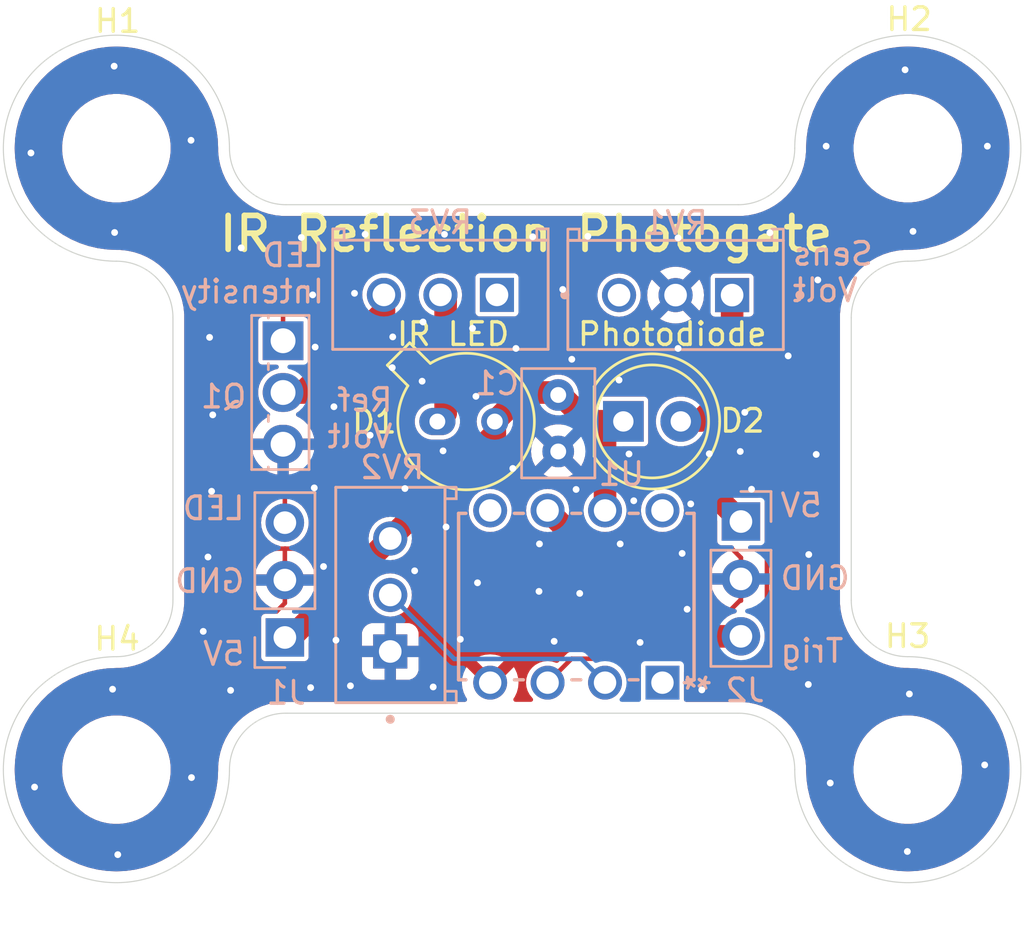
<source format=kicad_pcb>
(kicad_pcb (version 20240108) (generator "pcbnew") (generator_version "8.0")
  (layers (0 "F.Cu" signal) (31 "B.Cu" signal) (34 "B.Paste" user) (35 "F.Paste" user) (36 "B.SilkS" user "B.Silkscreen") (37 "F.SilkS" user "F.Silkscreen") (38 "B.Mask" user) (39 "F.Mask" user) (44 "Edge.Cuts" user))
  (net 0 "")
  (net 1 "/5V")
  (net 2 "GND")
  (net 3 "Net-(D1-K)")
  (net 4 "/Comp+")
  (net 5 "/LED control")
  (net 6 "/Trigger")
  (net 7 "Net-(Q1-D)")
  (net 9 "Net-(U1-VIN-)")
  (footprint "MountingHole:MountingHole_4.3mm_M4" (layer "F.Cu") (at 160 75)
    (property "Reference" "H2" (at 0.06 -5.71 0) (layer "F.SilkS"))
    (property "Value" "MountingHole")
    (pad "" np_thru_hole circle (at 0 0) (size 4.3 4.3) (drill 4.3) (layers "*.Cu" "*.Mask"))
  )
  (footprint "Custom:LED_D5.0mm - nIR" (layer "F.Cu") (at 147.42 87.09)
    (property "Reference" "D2" (at 5.265 -0.03 0) (layer "F.SilkS"))
    (property "Value" "D_Photo")
    (fp_line (start -1.29 -1.545) (end -1.29 1.545) (stroke (width 0.12)) (layer "F.SilkS"))
    (fp_arc (start -1.29 -1.54483) (mid 2.072002 -2.880433) (end 4.26 0.000462) (stroke (width 0.12)) (layer "F.SilkS"))
    (fp_arc (start 4.26 -0.000462) (mid 2.072002 2.880433) (end -1.29 1.54483) (stroke (width 0.12)) (layer "F.SilkS"))
    (fp_circle (center 1.27 0) (end 3.77 0) (stroke (width 0.12)) (fill none) (layer "F.SilkS"))
    (pad "1" thru_hole rect (at 0 0) (size 1.8 1.8) (drill 0.9) (layers "*.Cu" "*.Mask") (net 1 "/5V"))
    (pad "2" thru_hole circle (at 2.54 0) (size 1.8 1.8) (drill 0.9) (layers "*.Cu" "*.Mask") (net 4 "/Comp+"))
  )
  (footprint "MountingHole:MountingHole_4.3mm_M4" (layer "F.Cu") (at 160 102.5)
    (property "Reference" "H3" (at -0.01 -5.91 0) (layer "F.SilkS"))
    (property "Value" "MountingHole")
    (pad "" np_thru_hole circle (at 0 0) (size 4.3 4.3) (drill 4.3) (layers "*.Cu" "*.Mask"))
  )
  (footprint "MountingHole:MountingHole_4.3mm_M4" (layer "F.Cu") (at 125 102.5)
    (property "Reference" "H4" (at 0.03 -5.79 0) (layer "F.SilkS"))
    (property "Value" "MountingHole")
    (pad "" np_thru_hole circle (at 0 0) (size 4.3 4.3) (drill 4.3) (layers "*.Cu" "*.Mask"))
  )
  (footprint "Custom:TO-46-2 - nIR" (layer "F.Cu") (at 139.194724 87.094724)
    (property "Reference" "D1" (at -2.784724 0.005276 0) (layer "F.SilkS"))
    (property "Value" "LED")
    (fp_line (start -2.214448 -2.494499) (end -1.302281 -1.582331) (stroke (width 0.12)) (layer "F.SilkS"))
    (fp_line (start -1.224499 -3.484448) (end -2.214448 -2.494499) (stroke (width 0.12)) (layer "F.SilkS"))
    (fp_line (start -0.312331 -2.572281) (end -1.224499 -3.484448) (stroke (width 0.12)) (layer "F.SilkS"))
    (fp_arc (start -0.312331 -2.572281) (mid 3.405374 2.135551) (end -1.30215 -1.582544) (stroke (width 0.12)) (layer "F.SilkS"))
    (pad "1" thru_hole oval (at 0 0) (size 1.6 1.2) (drill 0.7) (layers "*.Cu" "*.Mask") (net 3 "Net-(D1-K)"))
    (pad "2" thru_hole oval (at 2.54 0) (size 1.2 1.2) (drill 0.7) (layers "*.Cu" "*.Mask") (net 1 "/5V"))
  )
  (footprint "MountingHole:MountingHole_4.3mm_M4" (layer "F.Cu") (at 125 75)
    (property "Reference" "H1" (at 0.05 -5.63 0) (layer "F.SilkS"))
    (property "Value" "MountingHole")
    (pad "" np_thru_hole circle (at 0 0) (size 4.3 4.3) (drill 4.3) (layers "*.Cu" "*.Mask"))
  )
  (footprint "Custom:TRIM_PV36W503C01B00" (layer "B.Cu") (at 137.11 94.77 90)
    (property "Reference" "RV2" (at 5.65 0.09 180) (layer "B.SilkS") (effects (justify mirror)))
    (property "Value" "50k")
    (fp_line (start 4.765 -2.41) (end -4.765 -2.41) (stroke (width 0.127)) (layer "B.SilkS"))
    (fp_line (start -4.765 -2.41) (end -4.765 2.42) (stroke (width 0.127)) (layer "B.SilkS"))
    (fp_line (start 4.765 2.42) (end 4.765 -2.41) (stroke (width 0.127)) (layer "B.SilkS"))
    (fp_line (start -4.765 2.42) (end 4.765 2.42) (stroke (width 0.127)) (layer "B.SilkS"))
    (fp_rect (start 4.26 2.92) (end 4.765 2.42) (stroke (width 0.12)) (fill none) (layer "B.SilkS"))
    (fp_rect (start -4.765 2.92) (end -4.26 2.42) (stroke (width 0.12)) (fill none) (layer "B.SilkS"))
    (fp_circle (center -5.5 0) (end -5.4 0) (stroke (width 0.2)) (fill none) (layer "B.SilkS"))
    (pad "1" thru_hole rect (at -2.5 0 90) (size 1.508 1.508) (drill 1) (layers "*.Cu" "*.Mask") (net 2 "GND"))
    (pad "2" thru_hole circle (at 0 0 90) (size 1.508 1.508) (drill 1) (layers "*.Cu" "*.Mask") (net 9 "Net-(U1-VIN-)"))
    (pad "3" thru_hole circle (at 2.5 0 90) (size 1.508 1.508) (drill 1) (layers "*.Cu" "*.Mask") (net 1 "/5V"))
  )
  (footprint "Package_TO_SOT_THT:TO-251-3_Vertical" (layer "B.Cu") (at 132.37 83.52 -90)
    (property "Reference" "Q1" (at 2.47 2.63 180) (layer "B.SilkS") (effects (justify mirror)))
    (property "Value" "Q_NMOS_GDS")
    (fp_line (start 5.7 1.39) (end -1.12 1.39) (stroke (width 0.12)) (layer "B.SilkS"))
    (fp_line (start -1.009 0.651) (end -1.12 0.651) (stroke (width 0.12)) (layer "B.SilkS"))
    (fp_line (start 1.282 0.651) (end 1.009 0.651) (stroke (width 0.12)) (layer "B.SilkS"))
    (fp_line (start 3.572 0.651) (end 3.299 0.651) (stroke (width 0.12)) (layer "B.SilkS"))
    (fp_line (start 5.7 0.651) (end 5.589 0.651) (stroke (width 0.12)) (layer "B.SilkS"))
    (fp_line (start -1.12 -1.15) (end -1.12 1.39) (stroke (width 0.12)) (layer "B.SilkS"))
    (fp_line (start 5.7 -1.15) (end 5.7 1.39) (stroke (width 0.12)) (layer "B.SilkS"))
    (fp_line (start 5.7 -1.15) (end -1.12 -1.15) (stroke (width 0.12)) (layer "B.SilkS"))
    (pad "1" thru_hole rect (at 0 0 270) (size 1.7175 1.8) (drill 1.1) (layers "*.Cu" "*.Mask") (net 5 "/LED control"))
    (pad "2" thru_hole oval (at 2.29 0 270) (size 1.7175 1.8) (drill 1.1) (layers "*.Cu" "*.Mask") (net 7 "Net-(Q1-D)"))
    (pad "3" thru_hole oval (at 4.58 0 270) (size 1.7175 1.8) (drill 1.1) (layers "*.Cu" "*.Mask") (net 2 "GND"))
  )
  (footprint "Custom:PDIP8_300MC_MCH" (layer "B.Cu") (at 149.15 98.65 90)
    (property "Reference" "U1" (at 9.23 -1.82 0) (layer "B.SilkS") (effects (justify mirror)))
    (property "Value" "MCP6541")
    (fp_line (start 7.493 -9.017) (end 0.127 -9.017) (stroke (width 0.1524)) (layer "B.SilkS"))
    (fp_line (start 0.127 -9.017) (end 0.127 -8.694561) (stroke (width 0.1524)) (layer "B.SilkS"))
    (fp_line (start 7.493 -8.694561) (end 7.493 -9.017) (stroke (width 0.1524)) (layer "B.SilkS"))
    (fp_line (start 0.127 -6.545439) (end 0.127 -6.154561) (stroke (width 0.1524)) (layer "B.SilkS"))
    (fp_line (start 7.493 -6.154561) (end 7.493 -6.545439) (stroke (width 0.1524)) (layer "B.SilkS"))
    (fp_line (start 0.127 -4.005439) (end 0.127 -3.614561) (stroke (width 0.1524)) (layer "B.SilkS"))
    (fp_line (start 7.493 -3.614561) (end 7.493 -4.005439) (stroke (width 0.1524)) (layer "B.SilkS"))
    (fp_line (start 0.127 -1.465439) (end 0.127 -1.08204) (stroke (width 0.1524)) (layer "B.SilkS"))
    (fp_line (start 7.493 -1.074561) (end 7.493 -1.465439) (stroke (width 0.1524)) (layer "B.SilkS"))
    (fp_line (start 0.127 1.08204) (end 0.127 1.397) (stroke (width 0.1524)) (layer "B.SilkS"))
    (fp_line (start 7.493 1.397) (end 7.493 1.074561) (stroke (width 0.1524)) (layer "B.SilkS"))
    (fp_line (start 0.127 1.397) (end 7.493 1.397) (stroke (width 0.1524)) (layer "B.SilkS"))
    (fp_text user "*" (at 0 1.5113 -90) (layer "B.SilkS") (effects (justify mirror)))
    (fp_text user "*" (at 0 1.5113 90) (layer "B.SilkS") (effects (justify mirror)))
    (pad "1" thru_hole rect (at 0 0 90) (size 1.4986 1.4986) (drill 0.9906) (layers "*.Cu" "*.Mask"))
    (pad "2" thru_hole circle (at 0 -2.54 90) (size 1.4986 1.4986) (drill 0.9906) (layers "*.Cu" "*.Mask") (net 9 "Net-(U1-VIN-)"))
    (pad "3" thru_hole circle (at 0 -5.08 90) (size 1.4986 1.4986) (drill 0.9906) (layers "*.Cu" "*.Mask") (net 4 "/Comp+"))
    (pad "4" thru_hole circle (at 0 -7.62 90) (size 1.4986 1.4986) (drill 0.9906) (layers "*.Cu" "*.Mask") (net 2 "GND"))
    (pad "5" thru_hole circle (at 7.62 -7.62 90) (size 1.4986 1.4986) (drill 0.9906) (layers "*.Cu" "*.Mask"))
    (pad "6" thru_hole circle (at 7.62 -5.08 90) (size 1.4986 1.4986) (drill 0.9906) (layers "*.Cu" "*.Mask") (net 6 "/Trigger"))
    (pad "7" thru_hole circle (at 7.62 -2.54 90) (size 1.4986 1.4986) (drill 0.9906) (layers "*.Cu" "*.Mask") (net 1 "/5V"))
    (pad "8" thru_hole circle (at 7.62 0 90) (size 1.4986 1.4986) (drill 0.9906) (layers "*.Cu" "*.Mask"))
  )
  (footprint "Connector_PinHeader_2.54mm:PinHeader_1x03_P2.54mm_Vertical" (layer "B.Cu") (at 132.45 96.65)
    (property "Reference" "J1" (at 0.05 2.45 0) (layer "B.SilkS") (effects (justify mirror)))
    (property "Value" "Conn_01x03_Pin")
    (fp_line (start -1.33 -6.41) (end -1.33 -1.27) (stroke (width 0.12)) (layer "B.SilkS"))
    (fp_line (start -1.33 1.33) (end -1.33 0) (stroke (width 0.12)) (layer "B.SilkS"))
    (fp_line (start 0 1.33) (end -1.33 1.33) (stroke (width 0.12)) (layer "B.SilkS"))
    (fp_line (start 1.33 -6.41) (end -1.33 -6.41) (stroke (width 0.12)) (layer "B.SilkS"))
    (fp_line (start 1.33 -6.41) (end 1.33 -1.27) (stroke (width 0.12)) (layer "B.SilkS"))
    (fp_line (start 1.33 -1.27) (end -1.33 -1.27) (stroke (width 0.12)) (layer "B.SilkS"))
    (pad "1" thru_hole rect (at 0 0) (size 1.7 1.7) (drill 1) (layers "*.Cu" "*.Mask") (net 1 "/5V"))
    (pad "2" thru_hole oval (at 0 -2.54) (size 1.7 1.7) (drill 1) (layers "*.Cu" "*.Mask") (net 2 "GND"))
    (pad "3" thru_hole oval (at 0 -5.08) (size 1.7 1.7) (drill 1) (layers "*.Cu" "*.Mask") (net 5 "/LED control"))
  )
  (footprint "Custom:TRIM_PV36W503C01B00" (layer "B.Cu") (at 149.73 81.5 180)
    (property "Reference" "RV1" (at -0.01 3.19 0) (layer "B.SilkS") (effects (justify mirror)))
    (property "Value" "50k")
    (fp_line (start 4.765 2.42) (end 4.765 -2.41) (stroke (width 0.127)) (layer "B.SilkS"))
    (fp_line (start 4.765 -2.41) (end -4.765 -2.41) (stroke (width 0.127)) (layer "B.SilkS"))
    (fp_line (start -4.765 2.42) (end 4.765 2.42) (stroke (width 0.127)) (layer "B.SilkS"))
    (fp_line (start -4.765 -2.41) (end -4.765 2.42) (stroke (width 0.127)) (layer "B.SilkS"))
    (fp_rect (start 4.26 2.92) (end 4.765 2.42) (stroke (width 0.12)) (fill none) (layer "B.SilkS"))
    (fp_rect (start -4.765 2.92) (end -4.26 2.42) (stroke (width 0.12)) (fill none) (layer "B.SilkS"))
    (fp_circle (center -5.5 0) (end -5.4 0) (stroke (width 0.2)) (fill none) (layer "B.SilkS"))
    (pad "1" thru_hole rect (at -2.5 0 180) (size 1.508 1.508) (drill 1) (layers "*.Cu" "*.Mask") (net 4 "/Comp+"))
    (pad "2" thru_hole circle (at 0 0 180) (size 1.508 1.508) (drill 1) (layers "*.Cu" "*.Mask") (net 2 "GND"))
    (pad "3" thru_hole circle (at 2.5 0 180) (size 1.508 1.508) (drill 1) (layers "*.Cu" "*.Mask"))
  )
  (footprint "Custom:TRIM_PV36W503C01B00" (layer "B.Cu") (at 139.33 81.49 180)
    (property "Reference" "RV3" (at 0.01 3.21 0) (layer "B.SilkS") (effects (justify mirror)))
    (property "Value" "50k")
    (fp_line (start 4.765 2.42) (end 4.765 -2.41) (stroke (width 0.127)) (layer "B.SilkS"))
    (fp_line (start 4.765 -2.41) (end -4.765 -2.41) (stroke (width 0.127)) (layer "B.SilkS"))
    (fp_line (start -4.765 2.42) (end 4.765 2.42) (stroke (width 0.127)) (layer "B.SilkS"))
    (fp_line (start -4.765 -2.41) (end -4.765 2.42) (stroke (width 0.127)) (layer "B.SilkS"))
    (fp_rect (start 4.26 2.92) (end 4.765 2.42) (stroke (width 0.12)) (fill none) (layer "B.SilkS"))
    (fp_rect (start -4.765 2.92) (end -4.26 2.42) (stroke (width 0.12)) (fill none) (layer "B.SilkS"))
    (fp_circle (center -5.5 0) (end -5.4 0) (stroke (width 0.2)) (fill none) (layer "B.SilkS"))
    (pad "1" thru_hole rect (at -2.5 0 180) (size 1.508 1.508) (drill 1) (layers "*.Cu" "*.Mask"))
    (pad "2" thru_hole circle (at 0 0 180) (size 1.508 1.508) (drill 1) (layers "*.Cu" "*.Mask") (net 3 "Net-(D1-K)"))
    (pad "3" thru_hole circle (at 2.5 0 180) (size 1.508 1.508) (drill 1) (layers "*.Cu" "*.Mask") (net 7 "Net-(Q1-D)"))
  )
  (footprint "Connector_PinHeader_2.54mm:PinHeader_1x03_P2.54mm_Vertical" (layer "B.Cu") (at 152.62 91.52 180)
    (property "Reference" "J2" (at -0.18 -7.47 0) (layer "B.SilkS") (effects (justify mirror)))
    (property "Value" "Conn_01x03_Pin" (hide yes))
    (fp_line (start 1.33 -1.27) (end -1.33 -1.27) (stroke (width 0.12)) (layer "B.SilkS"))
    (fp_line (start 1.33 -6.41) (end 1.33 -1.27) (stroke (width 0.12)) (layer "B.SilkS"))
    (fp_line (start 1.33 -6.41) (end -1.33 -6.41) (stroke (width 0.12)) (layer "B.SilkS"))
    (fp_line (start 0 1.33) (end -1.33 1.33) (stroke (width 0.12)) (layer "B.SilkS"))
    (fp_line (start -1.33 1.33) (end -1.33 0) (stroke (width 0.12)) (layer "B.SilkS"))
    (fp_line (start -1.33 -6.41) (end -1.33 -1.27) (stroke (width 0.12)) (layer "B.SilkS"))
    (pad "1" thru_hole rect (at 0 0 180) (size 1.7 1.7) (drill 1) (layers "*.Cu" "*.Mask") (net 1 "/5V"))
    (pad "2" thru_hole oval (at 0 -2.54 180) (size 1.7 1.7) (drill 1) (layers "*.Cu" "*.Mask") (net 2 "GND"))
    (pad "3" thru_hole oval (at 0 -5.08 180) (size 1.7 1.7) (drill 1) (layers "*.Cu" "*.Mask") (net 6 "/Trigger"))
  )
  (footprint "Capacitor_THT:C_Rect_L4.6mm_W3.0mm_P2.50mm_MKS02_FKP02" (layer "B.Cu") (at 144.54 85.92 -90)
    (property "Reference" "C1" (at -0.51 2.71 0) (layer "B.SilkS") (effects (justify mirror)))
    (property "Value" "100nF")
    (fp_line (start 3.67 1.62) (end -1.17 1.62) (stroke (width 0.12)) (layer "B.SilkS"))
    (fp_line (start -1.17 -1.62) (end -1.17 1.62) (stroke (width 0.12)) (layer "B.SilkS"))
    (fp_line (start 3.67 -1.62) (end 3.67 1.62) (stroke (width 0.12)) (layer "B.SilkS"))
    (fp_line (start 3.67 -1.62) (end -1.17 -1.62) (stroke (width 0.12)) (layer "B.SilkS"))
    (pad "1" thru_hole circle (at 0 0 270) (size 1.4 1.4) (drill 0.7) (layers "*.Cu" "*.Mask") (net 1 "/5V"))
    (pad "2" thru_hole circle (at 2.5 0 270) (size 1.4 1.4) (drill 0.7) (layers "*.Cu" "*.Mask") (net 2 "GND"))
  )
  (gr_arc (start 130 102.5) (mid 121.464466 106.035534) (end 125 97.5) (stroke (width 0.05)) (layer "Edge.Cuts"))
  (gr_arc (start 160 97.5) (mid 158.232233 96.767767) (end 157.5 95) (stroke (width 0.05)) (layer "Edge.Cuts"))
  (gr_arc (start 155 75) (mid 163.535534 71.464466) (end 160 80) (stroke (width 0.05)) (layer "Edge.Cuts"))
  (gr_line (start 127.5 95) (end 127.5 82.5) (stroke (width 0.05)) (layer "Edge.Cuts"))
  (gr_line (start 152.5 100) (end 132.5 100) (stroke (width 0.05)) (layer "Edge.Cuts"))
  (gr_arc (start 125 80) (mid 121.464466 71.464466) (end 130 75) (stroke (width 0.05)) (layer "Edge.Cuts"))
  (gr_arc (start 130 102.5) (mid 130.732233 100.732233) (end 132.5 100) (stroke (width 0.05)) (layer "Edge.Cuts"))
  (gr_arc (start 125 80) (mid 126.767767 80.732233) (end 127.5 82.5) (stroke (width 0.05)) (layer "Edge.Cuts"))
  (gr_arc (start 155 75) (mid 154.267767 76.767767) (end 152.5 77.5) (stroke (width 0.05)) (layer "Edge.Cuts"))
  (gr_arc (start 127.5 95) (mid 126.767767 96.767767) (end 125 97.5) (stroke (width 0.05)) (layer "Edge.Cuts"))
  (gr_arc (start 132.5 77.5) (mid 130.732233 76.767767) (end 130 75) (stroke (width 0.05)) (layer "Edge.Cuts"))
  (gr_arc (start 152.5 100) (mid 154.267767 100.732233) (end 155 102.5) (stroke (width 0.05)) (layer "Edge.Cuts"))
  (gr_line (start 132.5 77.5) (end 152.5 77.5) (stroke (width 0.05)) (layer "Edge.Cuts"))
  (gr_line (start 157.5 82.5) (end 157.5 95) (stroke (width 0.05)) (layer "Edge.Cuts"))
  (gr_arc (start 157.5 82.5) (mid 158.232233 80.732233) (end 160 80) (stroke (width 0.05)) (layer "Edge.Cuts"))
  (gr_arc (start 160 97.5) (mid 163.535534 106.035534) (end 155 102.5) (stroke (width 0.05)) (layer "Edge.Cuts"))
  (gr_text "Sens\nVolt" (at 154.82 81.87 0) (layer "B.SilkS") (effects (font (size 1 1)) (justify right bottom mirror)))
  (gr_text "5V\n\nGND\n\nTrig" (at 154.28 97.83 0) (layer "B.SilkS") (effects (font (size 1 1)) (justify right bottom mirror)))
  (gr_text "LED\n\nGND\n\n5V" (at 130.75 97.96 0) (layer "B.SilkS") (effects (font (size 1 1)) (justify left bottom mirror)))
  (gr_text "Ref\nVolt" (at 137.3 88.34 0) (layer "B.SilkS") (effects (font (size 1 1)) (justify left bottom mirror)))
  (gr_text "LED\nIntensity" (at 134.27 81.93 0) (layer "B.SilkS") (effects (font (size 1 1)) (justify left bottom mirror)))
  (gr_text "IR Reflection Photogate" (at 129.42 79.67 0) (layer "F.SilkS") (effects (font (size 1.5 1.5) (thickness 0.25) (bold yes)) (justify left bottom)))
  (gr_text "IR LED    Photodiode" (at 137.32 83.81 0) (layer "F.SilkS") (effects (font (size 1 1)) (justify left bottom)))
  (segment (start 146.61 89.54) (end 146.61 87.24) (width 1) (layer "F.Cu") (net 1))
  (segment (start 143.019448 85.81) (end 141.734724 87.094724) (width 1) (layer "F.Cu") (net 1))
  (segment (start 146.46 87.09) (end 145.82 87.09) (width 1) (layer "F.Cu") (net 1))
  (segment (start 144.54 85.81) (end 143.019448 85.81) (width 1) (layer "F.Cu") (net 1))
  (segment (start 152.62 91.52) (end 150.6807 89.5807) (width 1) (layer "F.Cu") (net 1))
  (segment (start 145.82 87.09) (end 147.42 87.09) (width 1) (layer "F.Cu") (net 1))
  (segment (start 145.82 87.09) (end 144.54 85.81) (width 1) (layer "F.Cu") (net 1))
  (segment (start 146.6507 89.5807) (end 146.61 89.54) (width 1) (layer "F.Cu") (net 1))
  (segment (start 132.73 96.65) (end 137.11 92.27) (width 1) (layer "F.Cu") (net 1))
  (segment (start 152.62 91.52) (end 152.62 91.455) (width 1) (layer "F.Cu") (net 1))
  (segment (start 132.45 96.65) (end 132.73 96.65) (width 1) (layer "F.Cu") (net 1))
  (segment (start 146.61 87.24) (end 146.46 87.09) (width 1) (layer "F.Cu") (net 1))
  (segment (start 137.11 92.27) (end 141.734724 87.645276) (width 1) (layer "F.Cu") (net 1))
  (segment (start 150.6807 89.5807) (end 146.6507 89.5807) (width 1) (layer "F.Cu") (net 1))
  (segment (start 146.61 91.03) (end 146.61 89.54) (width 1) (layer "F.Cu") (net 1))
  (segment (start 141.734724 87.645276) (end 141.734724 87.094724) (width 1) (layer "F.Cu") (net 1))
  (segment (start 132.08 95.5) (end 131.55 95.5) (width 0.2) (layer "F.Cu") (net 2))
  (segment (start 132.45 92.73) (end 132.46 92.72) (width 0.2) (layer "F.Cu") (net 2))
  (segment (start 152.62 93.12) (end 152.17 92.67) (width 0.2) (layer "F.Cu") (net 2))
  (segment (start 129.42 92.72) (end 132.46 92.72) (width 0.2) (layer "F.Cu") (net 2))
  (segment (start 152.62 94.06) (end 152.62 95.02) (width 0.2) (layer "F.Cu") (net 2))
  (segment (start 132.45 95.13) (end 132.08 95.5) (width 0.2) (layer "F.Cu") (net 2))
  (segment (start 144.54 88.31) (end 144.54 88.51038) (width 1) (layer "F.Cu") (net 2))
  (segment (start 152.17 92.67) (end 150.84 92.67) (width 0.2) (layer "F.Cu") (net 2))
  (segment (start 132.45 94.11) (end 132.45 95.13) (width 0.2) (layer "F.Cu") (net 2))
  (segment (start 132.46 92.72) (end 133.56 92.72) (width 0.2) (layer "F.Cu") (net 2))
  (segment (start 133.56 92.91) (end 134.16 93.51) (width 0.2) (layer "F.Cu") (net 2))
  (segment (start 152.62 95.02) (end 152.573654 95.02) (width 0.2) (layer "F.Cu") (net 2))
  (segment (start 133.56 92.72) (end 133.56 92.91) (width 0.2) (layer "F.Cu") (net 2))
  (segment (start 152.573654 95.02) (end 151.866827 95.726827) (width 0.2) (layer "F.Cu") (net 2))
  (segment (start 152.62 94.06) (end 152.62 93.12) (width 0.2) (layer "F.Cu") (net 2))
  (segment (start 132.45 94.11) (end 132.45 92.73) (width 0.2) (layer "F.Cu") (net 2))
  (segment (start 129.05 93.09) (end 129.42 92.72) (width 0.2) (layer "F.Cu") (net 2))
  (via (at 150.4 90.74) (size 0.6) (drill 0.3) (layers "F.Cu" "B.Cu") (net 2))
  (via (at 130.52 79.41) (size 0.6) (drill 0.3) (layers "F.Cu" "B.Cu") (net 2))
  (via (at 137.76 90.06) (size 0.6) (drill 0.3) (layers "F.Cu" "B.Cu") (net 2))
  (via (at 121.22 75.21) (size 0.6) (drill 0.3) (layers "F.Cu" "B.Cu") (net 2))
  (via (at 143.71 92.51) (size 0.6) (drill 0.3) (layers "F.Cu" "B.Cu") (net 2))
  (via (at 154.71 84.19) (size 0.6) (drill 0.3) (layers "F.Cu" "B.Cu") (net 2))
  (via (at 153.9 78.74) (size 0.6) (drill 0.3) (layers "F.Cu" "B.Cu") (net 2))
  (via (at 143.41 78.92) (size 0.6) (drill 0.3) (layers "F.Cu" "B.Cu") (net 2))
  (via (at 156.39 74.91) (size 0.6) (drill 0.3) (layers "F.Cu" "B.Cu") (net 2))
  (via (at 147.88 90.6) (size 0.6) (drill 0.3) (layers "F.Cu" "B.Cu") (net 2))
  (via (at 124.9 71.37) (size 0.6) (drill 0.3) (layers "F.Cu" "B.Cu") (net 2))
  (via (at 150.02 92.93) (size 0.6) (drill 0.3) (layers "F.Cu" "B.Cu") (net 2))
  (via (at 147.67 88.53) (size 0.6) (drill 0.3) (layers "F.Cu" "B.Cu") (net 2))
  (via (at 159.98 106.12) (size 0.6) (drill 0.3) (layers "F.Cu" "B.Cu") (net 2))
  (via (at 156.57 103.09) (size 0.6) (drill 0.3) (layers "F.Cu" "B.Cu") (net 2))
  (via (at 140.75 82.97) (size 0.6) (drill 0.3) (layers "F.Cu" "B.Cu") (net 2))
  (via (at 148.16 96.87) (size 0.6) (drill 0.3) (layers "F.Cu" "B.Cu") (net 2))
  (via (at 133.59 98.87) (size 0.6) (drill 0.3) (layers "F.Cu" "B.Cu") (net 2))
  (via (at 137.2 84.71) (size 0.6) (drill 0.3) (layers "F.Cu" "B.Cu") (net 2))
  (via (at 134.71 96.77) (size 0.6) (drill 0.3) (layers "F.Cu" "B.Cu") (net 2))
  (via (at 142.53 89.17) (size 0.6) (drill 0.3) (layers "F.Cu" "B.Cu") (net 2))
  (via (at 125.06 106.26) (size 0.6) (drill 0.3) (layers "F.Cu" "B.Cu") (net 2))
  (via (at 155.62 92.98) (size 0.6) (drill 0.3) (layers "F.Cu" "B.Cu") (net 2))
  (via (at 124.92 78.73) (size 0.6) (drill 0.3) (layers "F.Cu" "B.Cu") (net 2))
  (via (at 133.79 83.8) (size 0.6) (drill 0.3) (layers "F.Cu" "B.Cu") (net 2))
  (via (at 130.05 98.99) (size 0.6) (drill 0.3) (layers "F.Cu" "B.Cu") (net 2))
  (via (at 144.36 96.82) (size 0.6) (drill 0.3) (layers "F.Cu" "B.Cu") (net 2))
  (via (at 133.18 78.95) (size 0.6) (drill 0.3) (layers "F.Cu" "B.Cu") (net 2))
  (via (at 137.22 83.35) (size 0.6) (drill 0.3) (layers "F.Cu" "B.Cu") (net 2))
  (via (at 133.68 81.49) (size 0.6) (drill 0.3) (layers "F.Cu" "B.Cu") (net 2))
  (via (at 135.35 98.79) (size 0.6) (drill 0.3) (layers "F.Cu" "B.Cu") (net 2))
  (via (at 139.01 98.84) (size 0.6) (drill 0.3) (layers "F.Cu" "B.Cu") (net 2))
  (via (at 163.4 102.29) (size 0.6) (drill 0.3) (layers "F.Cu" "B.Cu") (net 2))
  (via (at 139.446 88.392) (size 0.6) (drill 0.3) (layers "F.Cu" "B.Cu") (net 2))
  (via (at 138.19 93.7) (size 0.6) (drill 0.3) (layers "F.Cu" "B.Cu") (net 2))
  (via (at 145.49 94.7) (size 0.6) (drill 0.3) (layers "F.Cu" "B.Cu") (net 2))
  (via (at 142.67 83.86) (size 0.6) (drill 0.3) (layers "F.Cu" "B.Cu") (net 2))
  (via (at 151.22 88.52) (size 0.6) (drill 0.3) (layers "F.Cu" "B.Cu") (net 2))
  (via (at 149.84 83.86) (size 0.6) (drill 0.3) (layers "F.Cu" "B.Cu") (net 2))
  (via (at 129.26 86.8) (size 0.6) (drill 0.3) (layers "F.Cu" "B.Cu") (net 2))
  (via (at 147.28 92.51) (size 0.6) (drill 0.3) (layers "F.Cu" "B.Cu") (net 2))
  (via (at 140.97 94.23) (size 0.6) (drill 0.3) (layers "F.Cu" "B.Cu") (net 2))
  (via (at 152.59 88.42) (size 0.6) (drill 0.3) (layers "F.Cu" "B.Cu") (net 2))
  (via (at 152.79 86.69) (size 0.6) (drill 0.3) (layers "F.Cu" "B.Cu") (net 2))
  (via (at 129.12 83.37) (size 0.6) (drill 0.3) (layers "F.Cu" "B.Cu") (net 2))
  (via (at 121.38 103.27) (size 0.6) (drill 0.3) (layers "F.Cu" "B.Cu") (net 2))
  (via (at 133.75 90.03) (size 0.6) (drill 0.3) (layers "F.Cu" "B.Cu") (net 2))
  (via (at 150.89 98.97) (size 0.6) (drill 0.3) (layers "F.Cu" "B.Cu") (net 2))
  (via (at 139.51 78.81) (size 0.6) (drill 0.3) (layers "F.Cu" "B.Cu") (net 2))
  (via (at 160.07 99.15) (size 0.6) (drill 0.3) (layers "F.Cu" "B.Cu") (net 2))
  (via (at 147.23 85.26) (size 0.6) (drill 0.3) (layers "F.Cu" "B.Cu") (net 2))
  (via (at 149.84 78.97) (size 0.6) (drill 0.3) (layers "F.Cu" "B.Cu") (net 2))
  (via (at 124.83 98.94) (size 0.6) (drill 0.3) (layers "F.Cu" "B.Cu") (net 2))
  (via (at 139.58 91.76) (size 0.6) (drill 0.3) (layers "F.Cu" "B.Cu") (net 2))
  (via (at 155.95 88.55) (size 0.6) (drill 0.3) (layers "F.Cu" "B.Cu") (net 2))
  (via (at 129.21 90.18) (size 0.6) (drill 0.3) (layers "F.Cu" "B.Cu") (net 2))
  (via (at 145.85 78.9) (size 0.6) (drill 0.3) (layers "F.Cu" "B.Cu") (net 2))
  (via (at 155.6 98.73) (size 0.6) (drill 0.3) (layers "F.Cu" "B.Cu") (net 2))
  (via (at 144.74 81.25) (size 0.6) (drill 0.3) (layers "F.Cu" "B.Cu") (net 2))
  (via (at 145.33 90.1) (size 0.6) (drill 0.3) (layers "F.Cu" "B.Cu") (net 2))
  (via (at 134.16 93.51) (size 0.6) (drill 0.3) (layers "F.Cu" "B.Cu") (net 2))
  (via (at 150.24 95.4) (size 0.6) (drill 0.3) (layers "F.Cu" "B.Cu") (net 2))
  (via (at 138.56 82.69) (size 0.6) (drill 0.3) (layers "F.Cu" "B.Cu") (net 2))
  (via (at 163.52 74.91) (size 0.6) (drill 0.3) (layers "F.Cu" "B.Cu") (net 2))
  (via (at 135.53 81.42) (size 0.6) (drill 0.3) (layers "F.Cu" "B.Cu") (net 2))
  (via (at 159.88 71.53) (size 0.6) (drill 0.3) (layers "F.Cu" "B.Cu") (net 2))
  (via (at 156.02 80.83) (size 0.6) (drill 0.3) (layers "F.Cu" "B.Cu") (net 2))
  (via (at 136 78.81) (size 0.6) (drill 0.3) (layers "F.Cu" "B.Cu") (net 2))
  (via (at 140.21 96.73) (size 0.6) (drill 0.3) (layers "F.Cu" "B.Cu") (net 2))
  (via (at 160.23 78.68) (size 0.6) (drill 0.3) (layers "F.Cu" "B.Cu") (net 2))
  (via (at 143.69 94.61) (size 0.6) (drill 0.3) (layers "F.Cu" "B.Cu") (net 2))
  (via (at 128.3 74.65) (size 0.6) (drill 0.3) (layers "F.Cu" "B.Cu") (net 2))
  (via (at 153.09 90.09) (size 0.6) (drill 0.3) (layers "F.Cu" "B.Cu") (net 2))
  (via (at 128.32 102.85) (size 0.6) (drill 0.3) (layers "F.Cu" "B.Cu") (net 2))
  (via (at 138.52 85.31) (size 0.6) (drill 0.3) (layers "F.Cu" "B.Cu") (net 2))
  (via (at 136.22 87.7) (size 0.6) (drill 0.3) (layers "F.Cu" "B.Cu") (net 2))
  (via (at 129.05 93.09) (size 0.6) (drill 0.3) (layers "F.Cu" "B.Cu") (net 2))
  (via (at 134.62 86.44) (size 0.6) (drill 0.3) (layers "F.Cu" "B.Cu") (net 2))
  (via (at 145.14 84.34) (size 0.6) (drill 0.3) (layers "F.Cu" "B.Cu") (net 2))
  (via (at 140.9 85.98) (size 0.6) (drill 0.3) (layers "F.Cu" "B.Cu") (net 2))
  (via (at 128.84 96.38) (size 0.6) (drill 0.3) (layers "F.Cu" "B.Cu") (net 2))
  (segment (start 139.33 81.49) (end 139.56 81.72) (width 1) (layer "F.Cu") (net 3))
  (segment (start 139.33 86.959448) (end 139.194724 87.094724) (width 0.4) (layer "F.Cu") (net 3))
  (segment (start 139.56 81.72) (end 139.56 86.729448) (width 1) (layer "F.Cu") (net 3))
  (segment (start 139.56 86.729448) (end 139.194724 87.094724) (width 1) (layer "F.Cu") (net 3))
  (segment (start 150.09 97.59) (end 150.3 97.8) (width 0.2) (layer "F.Cu") (net 4))
  (segment (start 153.77 88.62) (end 152.24 87.09) (width 0.2) (layer "F.Cu") (net 4))
  (segment (start 150.3 97.8) (end 153.05 97.8) (width 0.2) (layer "F.Cu") (net 4))
  (segment (start 153.77 97.08) (end 153.77 88.62) (width 0.2) (layer "F.Cu") (net 4))
  (segment (start 150.84 87.045) (end 150.005 87.045) (width 1) (layer "F.Cu") (net 4))
  (segment (start 144.07 98.65) (end 145.13 97.59) (width 0.2) (layer "F.Cu") (net 4))
  (segment (start 152.23 81.5) (end 152.23 85.655) (width 1) (layer "F.Cu") (net 4))
  (segment (start 150.005 87.045) (end 149.96 87.09) (width 1) (layer "F.Cu") (net 4))
  (segment (start 152.23 85.655) (end 150.84 87.045) (width 1) (layer "F.Cu") (net 4))
  (segment (start 153.05 97.8) (end 153.77 97.08) (width 0.2) (layer "F.Cu") (net 4))
  (segment (start 152.24 87.09) (end 149.96 87.09) (width 0.2) (layer "F.Cu") (net 4))
  (segment (start 145.13 97.59) (end 150.09 97.59) (width 0.2) (layer "F.Cu") (net 4))
  (segment (start 132.45 91.57) (end 132.45 90.367919) (width 0.2) (layer "F.Cu") (net 5))
  (segment (start 137.884 84.933919) (end 137.884 81.053418) (width 0.2) (layer "F.Cu") (net 5))
  (segment (start 132.45 90.367919) (end 137.884 84.933919) (width 0.2) (layer "F.Cu") (net 5))
  (segment (start 132.37 81.88) (end 133.814 80.436) (width 0.2) (layer "F.Cu") (net 5))
  (segment (start 137.884 81.053418) (end 137.266582 80.436) (width 0.2) (layer "F.Cu") (net 5))
  (segment (start 133.814 80.436) (end 137.266582 80.436) (width 0.2) (layer "F.Cu") (net 5))
  (segment (start 132.37 83.52) (end 132.37 81.88) (width 0.2) (layer "F.Cu") (net 5))
  (segment (start 149.64 96.6) (end 144.07 91.03) (width 1) (layer "F.Cu") (net 6))
  (segment (start 152.62 96.6) (end 149.64 96.6) (width 1) (layer "F.Cu") (net 6))
  (segment (start 133.23875 85.81) (end 136.83 82.21875) (width 1) (layer "F.Cu") (net 7))
  (segment (start 132.37 85.81) (end 133.23875 85.81) (width 1) (layer "F.Cu") (net 7))
  (segment (start 136.83 82.21875) (end 136.83 81.49) (width 1) (layer "F.Cu") (net 7))
  (segment (start 139.9407 97.6007) (end 137.11 94.77) (width 0.2) (layer "B.Cu") (net 9))
  (segment (start 146.61 98.65) (end 145.5607 97.6007) (width 0.2) (layer "B.Cu") (net 9))
  (segment (start 145.5607 97.6007) (end 139.9407 97.6007) (width 0.2) (layer "B.Cu") (net 9))
  (zone (net 2) (net_name "GND") (layers "F&B.Cu") (connect_pads (clearance 0.2)) (min_thickness 0.2) (fill yes (thermal_gap 0.5) (thermal_bridge_width 0.5))
    (polygon (pts (xy 120 70) (xy 165 70) (xy 165 110) (xy 120 110)))
  )
)
</source>
